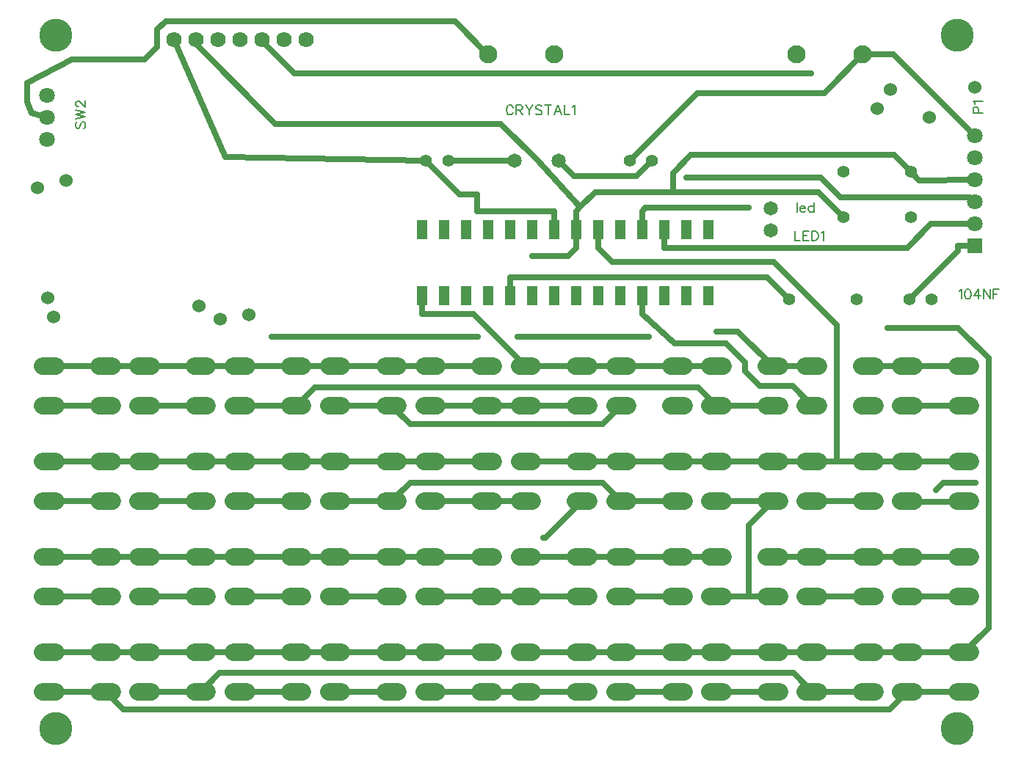
<source format=gtl>
G04 Layer: TopLayer*
G04 EasyEDA v6.3.53, 2020-06-23T11:31:42+02:00*
G04 9deb55b867614345ac0c6ea2e1a2c697,50b924b206514efda7368a069ed08794,10*
G04 Gerber Generator version 0.2*
G04 Scale: 100 percent, Rotated: No, Reflected: No *
G04 Dimensions in millimeters *
G04 leading zeros omitted , absolute positions ,3 integer and 3 decimal *
%FSLAX33Y33*%
%MOMM*%
G90*
G71D02*

%ADD12C,0.699999*%
%ADD13C,0.150012*%
%ADD14C,0.152400*%
%ADD15C,0.610006*%
%ADD16C,3.810000*%
%ADD17C,1.524000*%
%ADD18C,1.780007*%
%ADD19C,1.419860*%
%ADD20C,1.651000*%
%ADD21C,2.100580*%
%ADD22C,1.799996*%
%ADD23R,1.799996X1.799996*%
%ADD24R,1.211580X2.181860*%
%ADD25C,1.999996*%

%LPD*%
G54D12*
G01X75962Y65155D02*
G01X75962Y67333D01*
G01X78043Y69413D01*
G01X101458Y69413D01*
G01X103370Y67500D01*
G01X65260Y63444D02*
G01X66971Y65155D01*
G01X75962Y65155D01*
G01X75962Y65155D02*
G01X92723Y65155D01*
G01X95628Y62250D01*
G01X62229Y60810D02*
G01X62229Y62954D01*
G01X64769Y62954D02*
G01X65260Y63444D01*
G01X47459Y68750D02*
G01X51350Y64850D01*
G01X53350Y64850D01*
G01X53350Y62950D01*
G01X62229Y62954D01*
G01X110749Y63980D02*
G01X110162Y64568D01*
G01X95295Y64568D01*
G01X93021Y66842D01*
G01X77469Y66842D01*
G01X73150Y48450D02*
G01X73150Y48450D01*
G01X73150Y48450D01*
G01X73150Y48450D01*
G01X58050Y48450D01*
G01X72389Y51047D02*
G01X76125Y47653D01*
G01X82058Y47653D01*
G01X84249Y45462D01*
G01X84249Y44501D01*
G01X86000Y42750D01*
G01X89738Y42750D01*
G01X91998Y40490D01*
G01X20919Y82211D02*
G01X30112Y73018D01*
G01X56112Y73018D01*
G01X60295Y68835D01*
G01X65260Y63444D01*
G01X84655Y18491D02*
G01X84655Y26644D01*
G01X87500Y29489D01*
G01X109501Y29491D02*
G01X109372Y29362D01*
G01X103129Y29362D01*
G01X102999Y29491D01*
G01X102998Y7490D02*
G01X100944Y5436D01*
G01X12555Y5436D01*
G01X10501Y7490D01*
G01X109501Y7490D02*
G01X102998Y7490D01*
G01X10501Y40490D02*
G01X3998Y40490D01*
G01X10500Y29489D02*
G01X3997Y29489D01*
G01X109501Y40490D02*
G01X102998Y40490D01*
G01X109501Y18490D02*
G01X102998Y18490D01*
G01X10500Y18493D02*
G01X3997Y18493D01*
G01X10501Y7490D02*
G01X3998Y7490D01*
G01X73540Y68750D02*
G01X71745Y66955D01*
G01X64585Y66955D01*
G01X62789Y68750D01*
G01X50040Y68750D02*
G01X57709Y68750D01*
G01X47998Y23012D02*
G01X54500Y23012D01*
G01X36997Y23012D02*
G01X43499Y23012D01*
G01X32501Y23012D02*
G01X36997Y23012D01*
G01X43499Y23012D02*
G01X47998Y23012D01*
G01X25999Y23012D02*
G01X32501Y23012D01*
G01X21501Y23012D02*
G01X25999Y23012D01*
G01X14998Y23012D02*
G01X21501Y23012D01*
G01X10500Y23014D02*
G01X14996Y23014D01*
G01X14998Y23012D01*
G01X3997Y23014D02*
G01X10500Y23014D01*
G01X110749Y71600D02*
G01X101349Y81000D01*
G01X97839Y81000D01*
G01X70959Y68750D02*
G01X78774Y76565D01*
G01X93404Y76565D01*
G01X97839Y81000D01*
G01X106327Y30764D02*
G01X107141Y31578D01*
G01X110817Y31578D01*
G01X102998Y23011D02*
G01X109501Y23011D01*
G01X91998Y23012D02*
G01X98501Y23012D01*
G01X87500Y23012D02*
G01X91998Y23012D01*
G01X98501Y23012D02*
G01X102997Y23012D01*
G01X102998Y23011D01*
G01X69999Y23012D02*
G01X76502Y23012D01*
G01X65501Y23012D02*
G01X69999Y23012D01*
G01X76502Y23012D02*
G01X80997Y23012D01*
G01X58999Y23012D02*
G01X65501Y23012D01*
G01X21501Y7490D02*
G01X23631Y9621D01*
G01X89867Y9621D01*
G01X91998Y7490D01*
G01X21501Y7490D02*
G01X14998Y7490D01*
G01X21501Y40490D02*
G01X14998Y40490D01*
G01X72389Y53190D02*
G01X72389Y51047D01*
G01X21501Y29489D02*
G01X14998Y29489D01*
G01X98501Y29489D02*
G01X91998Y29489D01*
G01X98501Y18491D02*
G01X91998Y18491D01*
G01X21501Y18491D02*
G01X14998Y18491D01*
G01X98501Y7490D02*
G01X91998Y7490D01*
G01X53462Y48420D02*
G01X29644Y48420D01*
G01X69999Y40490D02*
G01X67867Y38357D01*
G01X45632Y38357D01*
G01X43499Y40490D01*
G01X43499Y40490D02*
G01X36997Y40490D01*
G01X69999Y29489D02*
G01X67868Y31620D01*
G01X45630Y31620D01*
G01X43499Y29489D01*
G01X76502Y29489D02*
G01X69999Y29489D01*
G01X43499Y29489D02*
G01X36997Y29489D01*
G01X76502Y18491D02*
G01X69999Y18491D01*
G01X43499Y18491D02*
G01X36997Y18491D01*
G01X43499Y7490D02*
G01X36997Y7490D01*
G01X76502Y7490D02*
G01X69999Y7490D01*
G01X54500Y40490D02*
G01X47998Y40490D01*
G01X58999Y40490D02*
G01X54500Y40490D01*
G01X65501Y40490D02*
G01X58999Y40490D01*
G01X54500Y29489D02*
G01X47998Y29489D01*
G01X58999Y29489D02*
G01X54500Y29489D01*
G01X65501Y29489D02*
G01X61233Y25221D01*
G01X61003Y25221D01*
G01X65501Y18491D02*
G01X58999Y18491D01*
G01X47998Y18491D02*
G01X54500Y18491D01*
G01X54500Y18491D02*
G01X58999Y18491D01*
G01X54500Y7490D02*
G01X47998Y7490D01*
G01X58999Y7490D02*
G01X54500Y7490D01*
G01X65501Y7490D02*
G01X58999Y7490D01*
G01X58999Y45011D02*
G01X52962Y51047D01*
G01X46989Y51047D01*
G01X46989Y53190D02*
G01X46989Y51047D01*
G01X65501Y45011D02*
G01X58999Y45011D01*
G01X69999Y45011D02*
G01X65501Y45011D01*
G01X76502Y45011D02*
G01X69999Y45011D01*
G01X80997Y45011D02*
G01X76502Y45011D01*
G01X87500Y45011D02*
G01X83454Y49056D01*
G01X80997Y49056D01*
G01X91998Y45011D02*
G01X87500Y45011D01*
G01X102998Y45011D02*
G01X98501Y45011D01*
G01X98501Y45011D01*
G01X109501Y45011D02*
G01X102998Y45011D01*
G01X94843Y34010D02*
G01X91998Y34010D01*
G01X98501Y34010D02*
G01X94843Y34010D01*
G01X94843Y34010D02*
G01X94843Y49781D01*
G01X87564Y57059D01*
G01X68917Y57059D01*
G01X67309Y58667D01*
G01X67309Y60810D02*
G01X67309Y58667D01*
G01X65501Y34010D02*
G01X58999Y34010D01*
G01X69999Y34010D02*
G01X65501Y34010D01*
G01X76502Y34010D02*
G01X69999Y34010D01*
G01X80997Y34010D02*
G01X76502Y34010D01*
G01X87500Y34010D02*
G01X80997Y34010D01*
G01X91998Y34010D02*
G01X87500Y34010D01*
G01X102999Y34013D02*
G01X98503Y34013D01*
G01X98501Y34010D01*
G01X109501Y34013D02*
G01X102999Y34013D01*
G01X110749Y58900D02*
G01X108797Y58900D01*
G01X103209Y52750D02*
G01X108797Y58338D01*
G01X108797Y58900D01*
G01X110749Y66520D02*
G01X104370Y66500D01*
G01X103370Y67500D01*
G01X20919Y82211D02*
G01X20919Y82750D01*
G01X64769Y60810D02*
G01X64769Y62954D01*
G01X64769Y59739D02*
G01X64769Y60810D01*
G01X64769Y59739D02*
G01X64769Y58667D01*
G01X64769Y58667D02*
G01X63866Y57764D01*
G01X59689Y57764D01*
G01X32501Y40490D02*
G01X34648Y42637D01*
G01X78850Y42637D01*
G01X80997Y40490D01*
G01X32501Y40490D02*
G01X25998Y40490D01*
G01X87500Y40490D02*
G01X80997Y40490D01*
G01X32501Y29489D02*
G01X25999Y29489D01*
G01X87500Y29489D02*
G01X80997Y29489D01*
G01X84655Y18491D02*
G01X80997Y18491D01*
G01X87500Y18491D02*
G01X84655Y18491D01*
G01X32501Y18491D02*
G01X25999Y18491D01*
G01X32501Y7490D02*
G01X25999Y7490D01*
G01X87500Y7490D02*
G01X80997Y7490D01*
G01X10501Y45011D02*
G01X3998Y45011D01*
G01X14998Y45011D02*
G01X10501Y45011D01*
G01X21501Y45011D02*
G01X14998Y45011D01*
G01X25998Y45011D02*
G01X21501Y45011D01*
G01X34458Y45011D02*
G01X25998Y45011D01*
G01X25998Y45011D01*
G01X34458Y45011D02*
G01X32501Y45011D01*
G01X32501Y45011D01*
G01X36997Y45011D02*
G01X34458Y45011D01*
G01X43499Y45011D02*
G01X36997Y45011D01*
G01X47998Y45011D02*
G01X43499Y45011D01*
G01X54500Y45011D02*
G01X47998Y45011D01*
G01X21501Y12011D02*
G01X14998Y12011D01*
G01X25999Y12011D02*
G01X21501Y12011D01*
G01X32501Y12011D02*
G01X25999Y12011D01*
G01X36997Y12011D02*
G01X32501Y12011D01*
G01X43499Y12011D02*
G01X36997Y12011D01*
G01X47998Y12011D02*
G01X43499Y12011D01*
G01X54500Y12011D02*
G01X47998Y12011D01*
G01X3998Y12011D02*
G01X10501Y12011D01*
G01X10501Y12011D02*
G01X14998Y12011D01*
G01X10500Y34010D02*
G01X3997Y34010D01*
G01X14998Y34010D02*
G01X10500Y34010D01*
G01X21501Y34010D02*
G01X14998Y34010D01*
G01X25999Y34010D02*
G01X21501Y34010D01*
G01X32501Y34010D02*
G01X25999Y34010D01*
G01X36997Y34010D02*
G01X32501Y34010D01*
G01X43499Y34010D02*
G01X36997Y34010D01*
G01X47998Y34010D02*
G01X43499Y34010D01*
G01X54500Y34010D02*
G01X47998Y34010D01*
G01X28539Y82750D02*
G01X28539Y82566D01*
G01X32282Y78823D01*
G01X91926Y78823D01*
G01X72389Y62954D02*
G01X72796Y63360D01*
G01X84696Y63360D01*
G01X72389Y60810D02*
G01X72389Y62954D01*
G01X109501Y12011D02*
G01X112343Y14853D01*
G01X112343Y45959D01*
G01X108857Y49444D01*
G01X100696Y49444D01*
G01X102998Y12011D02*
G01X109501Y12011D01*
G01X65501Y12011D02*
G01X58999Y12011D01*
G01X69999Y12011D02*
G01X65501Y12011D01*
G01X76502Y12011D02*
G01X69999Y12011D01*
G01X80997Y12011D02*
G01X76502Y12011D01*
G01X87500Y12011D02*
G01X80997Y12011D01*
G01X91998Y12011D02*
G01X87500Y12011D01*
G01X98501Y12011D02*
G01X91998Y12011D01*
G01X102998Y12011D02*
G01X98501Y12011D01*
G01X3750Y73750D02*
G01X1999Y74250D01*
G01X1499Y75500D01*
G01X1499Y77750D01*
G01X6602Y80459D01*
G01X15053Y80459D01*
G01X16481Y81881D01*
G01X16481Y83888D01*
G01X17447Y84853D01*
G01X50797Y84853D01*
G01X54658Y80992D01*
G01X57149Y53190D02*
G01X57149Y55334D01*
G01X57149Y55334D02*
G01X86795Y55334D01*
G01X89378Y52750D01*
G01X74929Y60810D02*
G01X74929Y58667D01*
G01X74929Y58667D02*
G01X102947Y58667D01*
G01X105720Y61440D01*
G01X110749Y61440D01*
G01X18410Y82710D02*
G01X24349Y69150D01*
G01X47459Y68750D01*
G54D13*
G01X90248Y63911D02*
G01X90248Y62814D01*
G01X90594Y63230D02*
G01X91221Y63230D01*
G01X91221Y63337D01*
G01X91170Y63441D01*
G01X91117Y63492D01*
G01X91013Y63545D01*
G01X90855Y63545D01*
G01X90751Y63492D01*
G01X90647Y63388D01*
G01X90594Y63230D01*
G01X90594Y63126D01*
G01X90647Y62971D01*
G01X90751Y62864D01*
G01X90855Y62814D01*
G01X91013Y62814D01*
G01X91117Y62864D01*
G01X91221Y62971D01*
G01X92194Y63911D02*
G01X92194Y62814D01*
G01X92194Y63388D02*
G01X92090Y63492D01*
G01X91986Y63545D01*
G01X91828Y63545D01*
G01X91724Y63492D01*
G01X91620Y63388D01*
G01X91566Y63230D01*
G01X91566Y63126D01*
G01X91620Y62971D01*
G01X91724Y62864D01*
G01X91828Y62814D01*
G01X91986Y62814D01*
G01X92090Y62864D01*
G01X92194Y62971D01*
G54D14*
G01X57529Y74895D02*
G01X57476Y74999D01*
G01X57372Y75103D01*
G01X57270Y75154D01*
G01X57062Y75154D01*
G01X56958Y75103D01*
G01X56854Y74999D01*
G01X56800Y74895D01*
G01X56749Y74737D01*
G01X56749Y74478D01*
G01X56800Y74323D01*
G01X56854Y74219D01*
G01X56958Y74115D01*
G01X57062Y74064D01*
G01X57270Y74064D01*
G01X57372Y74115D01*
G01X57476Y74219D01*
G01X57529Y74323D01*
G01X57872Y75154D02*
G01X57872Y74064D01*
G01X57872Y75154D02*
G01X58339Y75154D01*
G01X58494Y75103D01*
G01X58548Y75049D01*
G01X58598Y74945D01*
G01X58598Y74841D01*
G01X58548Y74737D01*
G01X58494Y74686D01*
G01X58339Y74635D01*
G01X57872Y74635D01*
G01X58235Y74635D02*
G01X58598Y74064D01*
G01X58941Y75154D02*
G01X59358Y74635D01*
G01X59358Y74064D01*
G01X59772Y75154D02*
G01X59358Y74635D01*
G01X60844Y74999D02*
G01X60740Y75103D01*
G01X60585Y75154D01*
G01X60376Y75154D01*
G01X60219Y75103D01*
G01X60115Y74999D01*
G01X60115Y74895D01*
G01X60168Y74790D01*
G01X60219Y74737D01*
G01X60323Y74686D01*
G01X60636Y74582D01*
G01X60740Y74531D01*
G01X60791Y74478D01*
G01X60844Y74374D01*
G01X60844Y74219D01*
G01X60740Y74115D01*
G01X60585Y74064D01*
G01X60376Y74064D01*
G01X60219Y74115D01*
G01X60115Y74219D01*
G01X61550Y75154D02*
G01X61550Y74064D01*
G01X61187Y75154D02*
G01X61913Y75154D01*
G01X62673Y75154D02*
G01X62256Y74064D01*
G01X62673Y75154D02*
G01X63087Y74064D01*
G01X62414Y74427D02*
G01X62932Y74427D01*
G01X63430Y75154D02*
G01X63430Y74064D01*
G01X63430Y74064D02*
G01X64054Y74064D01*
G01X64397Y74945D02*
G01X64501Y74999D01*
G01X64656Y75154D01*
G01X64656Y74064D01*
G01X110596Y74250D02*
G01X111686Y74250D01*
G01X110596Y74250D02*
G01X110596Y74718D01*
G01X110647Y74873D01*
G01X110700Y74926D01*
G01X110804Y74977D01*
G01X110959Y74977D01*
G01X111063Y74926D01*
G01X111114Y74873D01*
G01X111167Y74718D01*
G01X111167Y74250D01*
G01X110804Y75320D02*
G01X110751Y75424D01*
G01X110596Y75581D01*
G01X111686Y75581D01*
G01X89999Y60654D02*
G01X89999Y59564D01*
G01X89999Y59564D02*
G01X90622Y59564D01*
G01X90965Y60654D02*
G01X90965Y59564D01*
G01X90965Y60654D02*
G01X91640Y60654D01*
G01X90965Y60135D02*
G01X91381Y60135D01*
G01X90965Y59564D02*
G01X91640Y59564D01*
G01X91983Y60654D02*
G01X91983Y59564D01*
G01X91983Y60654D02*
G01X92349Y60654D01*
G01X92504Y60603D01*
G01X92608Y60499D01*
G01X92659Y60395D01*
G01X92712Y60237D01*
G01X92712Y59978D01*
G01X92659Y59823D01*
G01X92608Y59719D01*
G01X92504Y59615D01*
G01X92349Y59564D01*
G01X91983Y59564D01*
G01X93055Y60445D02*
G01X93159Y60499D01*
G01X93314Y60654D01*
G01X93314Y59564D01*
G01X108999Y53695D02*
G01X109103Y53749D01*
G01X109258Y53904D01*
G01X109258Y52814D01*
G01X109913Y53904D02*
G01X109758Y53853D01*
G01X109654Y53695D01*
G01X109601Y53436D01*
G01X109601Y53281D01*
G01X109654Y53020D01*
G01X109758Y52865D01*
G01X109913Y52814D01*
G01X110018Y52814D01*
G01X110172Y52865D01*
G01X110277Y53020D01*
G01X110330Y53281D01*
G01X110330Y53436D01*
G01X110277Y53695D01*
G01X110172Y53853D01*
G01X110018Y53904D01*
G01X109913Y53904D01*
G01X111191Y53904D02*
G01X110673Y53177D01*
G01X111450Y53177D01*
G01X111191Y53904D02*
G01X111191Y52814D01*
G01X111793Y53904D02*
G01X111793Y52814D01*
G01X111793Y53904D02*
G01X112522Y52814D01*
G01X112522Y53904D02*
G01X112522Y52814D01*
G01X112865Y53904D02*
G01X112865Y52814D01*
G01X112865Y53904D02*
G01X113540Y53904D01*
G01X112865Y53386D02*
G01X113279Y53386D01*
G01X7251Y73227D02*
G01X7147Y73123D01*
G01X7096Y72968D01*
G01X7096Y72759D01*
G01X7147Y72605D01*
G01X7251Y72500D01*
G01X7355Y72500D01*
G01X7459Y72551D01*
G01X7513Y72605D01*
G01X7564Y72709D01*
G01X7668Y73021D01*
G01X7718Y73123D01*
G01X7772Y73176D01*
G01X7876Y73227D01*
G01X8031Y73227D01*
G01X8135Y73123D01*
G01X8186Y72968D01*
G01X8186Y72759D01*
G01X8135Y72605D01*
G01X8031Y72500D01*
G01X7096Y73570D02*
G01X8186Y73831D01*
G01X7096Y74090D02*
G01X8186Y73831D01*
G01X7096Y74090D02*
G01X8186Y74350D01*
G01X7096Y74609D02*
G01X8186Y74350D01*
G01X7355Y75005D02*
G01X7304Y75005D01*
G01X7200Y75056D01*
G01X7147Y75109D01*
G01X7096Y75213D01*
G01X7096Y75421D01*
G01X7147Y75523D01*
G01X7200Y75576D01*
G01X7304Y75627D01*
G01X7409Y75627D01*
G01X7513Y75576D01*
G01X7668Y75472D01*
G01X8186Y74952D01*
G01X8186Y75680D01*
G54D16*
G01X4749Y83250D03*
G01X108749Y83250D03*
G01X4749Y3250D03*
G01X108749Y3250D03*
G54D17*
G01X2649Y65650D03*
G01X5949Y66450D03*
G01X21250Y52000D03*
G01X23749Y50501D03*
G01X4500Y50750D03*
G01X3850Y52950D03*
G01X26999Y51000D03*
G01X100999Y77000D03*
G01X99499Y74750D03*
G01X105499Y73750D03*
G01X110749Y77250D03*
G54D18*
G01X18410Y82710D03*
G01X20950Y82710D03*
G01X23490Y82710D03*
G01X26030Y82710D03*
G01X28570Y82710D03*
G01X31110Y82710D03*
G01X33650Y82710D03*
G54D19*
G01X89378Y52750D03*
G01X97120Y52750D03*
G54D20*
G01X57709Y68750D03*
G01X62789Y68750D03*
G54D19*
G01X95628Y67500D03*
G01X103370Y67500D03*
G01X95628Y62250D03*
G01X103370Y62250D03*
G54D21*
G01X62279Y81000D03*
G01X54659Y81000D03*
G01X90219Y81000D03*
G01X97839Y81000D03*
G54D22*
G01X110749Y71600D03*
G01X110749Y69060D03*
G01X110749Y66520D03*
G01X110749Y63980D03*
G01X110749Y61440D03*
G54D23*
G01X110749Y58900D03*
G54D20*
G01X87249Y63270D03*
G01X87249Y60730D03*
G54D19*
G01X70959Y68750D03*
G01X73540Y68750D03*
G01X47459Y68750D03*
G01X50040Y68750D03*
G01X103209Y52750D03*
G01X105790Y52750D03*
G54D24*
G01X80009Y60810D03*
G01X77469Y60810D03*
G01X64769Y60810D03*
G01X62229Y60810D03*
G01X74929Y60810D03*
G01X72389Y60810D03*
G01X67309Y60810D03*
G01X69849Y60810D03*
G01X59689Y60810D03*
G01X57149Y60810D03*
G01X54609Y60810D03*
G01X52069Y60810D03*
G01X49529Y60810D03*
G01X46989Y60810D03*
G01X46989Y53190D03*
G01X49529Y53190D03*
G01X52069Y53190D03*
G01X54609Y53190D03*
G01X57149Y53190D03*
G01X59689Y53190D03*
G01X62229Y53190D03*
G01X64769Y53190D03*
G01X67309Y53190D03*
G01X69849Y53190D03*
G01X72389Y53190D03*
G01X74929Y53190D03*
G01X77469Y53190D03*
G01X80009Y53190D03*
G54D22*
G01X3749Y71210D03*
G01X3749Y73750D03*
G01X3749Y76290D03*
G54D15*
G01X100696Y49444D03*
G01X84696Y63360D03*
G01X91926Y78823D03*
G01X59689Y57764D03*
G01X80997Y49056D03*
G01X61003Y25221D03*
G01X29644Y48420D03*
G01X53462Y48420D03*
G01X58050Y48450D03*
G01X73150Y48450D03*
G01X106327Y30764D03*
G01X110817Y31578D03*
G01X77469Y66842D03*
G54D25*
G01X3248Y45011D02*
G01X4748Y45011D01*
G01X3248Y40490D02*
G01X4748Y40490D01*
G01X9751Y45011D02*
G01X11251Y45011D01*
G01X9751Y40490D02*
G01X11251Y40490D01*
G01X14248Y45011D02*
G01X15748Y45011D01*
G01X14248Y40490D02*
G01X15748Y40490D01*
G01X20751Y45011D02*
G01X22251Y45011D01*
G01X20751Y40490D02*
G01X22251Y40490D01*
G01X25248Y45011D02*
G01X26748Y45011D01*
G01X25248Y40490D02*
G01X26748Y40490D01*
G01X31751Y45011D02*
G01X33251Y45011D01*
G01X31751Y40490D02*
G01X33251Y40490D01*
G01X36247Y45011D02*
G01X37747Y45011D01*
G01X36247Y40490D02*
G01X37747Y40490D01*
G01X42749Y45011D02*
G01X44250Y45011D01*
G01X42749Y40490D02*
G01X44250Y40490D01*
G01X47248Y45011D02*
G01X48748Y45011D01*
G01X47248Y40490D02*
G01X48748Y40490D01*
G01X53750Y45011D02*
G01X55250Y45011D01*
G01X53750Y40490D02*
G01X55250Y40490D01*
G01X58248Y45011D02*
G01X59749Y45011D01*
G01X58248Y40490D02*
G01X59749Y40490D01*
G01X64751Y45011D02*
G01X66251Y45011D01*
G01X64751Y40490D02*
G01X66251Y40490D01*
G01X69249Y45011D02*
G01X70749Y45011D01*
G01X69249Y40490D02*
G01X70749Y40490D01*
G01X75752Y45011D02*
G01X77252Y45011D01*
G01X75752Y40490D02*
G01X77252Y40490D01*
G01X80247Y45011D02*
G01X81748Y45011D01*
G01X80247Y40490D02*
G01X81748Y40490D01*
G01X86750Y45011D02*
G01X88250Y45011D01*
G01X86750Y40490D02*
G01X88250Y40490D01*
G01X91248Y45011D02*
G01X92748Y45011D01*
G01X91248Y40490D02*
G01X92748Y40490D01*
G01X97751Y45011D02*
G01X99251Y45011D01*
G01X97751Y40490D02*
G01X99251Y40490D01*
G01X3247Y34010D02*
G01X4747Y34010D01*
G01X3247Y29489D02*
G01X4747Y29489D01*
G01X9750Y34010D02*
G01X11250Y34010D01*
G01X9750Y29489D02*
G01X11250Y29489D01*
G01X102248Y23011D02*
G01X103748Y23011D01*
G01X102248Y18490D02*
G01X103748Y18490D01*
G01X108751Y23011D02*
G01X110251Y23011D01*
G01X108751Y18490D02*
G01X110251Y18490D01*
G01X14248Y34010D02*
G01X15748Y34010D01*
G01X14248Y29489D02*
G01X15748Y29489D01*
G01X20750Y34010D02*
G01X22251Y34010D01*
G01X20750Y29489D02*
G01X22251Y29489D01*
G01X25249Y34010D02*
G01X26749Y34010D01*
G01X25249Y29489D02*
G01X26749Y29489D01*
G01X31751Y34010D02*
G01X33251Y34010D01*
G01X31751Y29489D02*
G01X33251Y29489D01*
G01X36247Y34010D02*
G01X37747Y34010D01*
G01X36247Y29489D02*
G01X37747Y29489D01*
G01X42749Y34010D02*
G01X44250Y34010D01*
G01X42749Y29489D02*
G01X44250Y29489D01*
G01X47248Y34010D02*
G01X48748Y34010D01*
G01X47248Y29489D02*
G01X48748Y29489D01*
G01X53750Y34010D02*
G01X55250Y34010D01*
G01X53750Y29489D02*
G01X55250Y29489D01*
G01X58248Y34010D02*
G01X59749Y34010D01*
G01X58248Y29489D02*
G01X59749Y29489D01*
G01X64751Y34010D02*
G01X66251Y34010D01*
G01X64751Y29489D02*
G01X66251Y29489D01*
G01X69249Y34010D02*
G01X70749Y34010D01*
G01X69249Y29489D02*
G01X70749Y29489D01*
G01X75752Y34010D02*
G01X77252Y34010D01*
G01X75752Y29489D02*
G01X77252Y29489D01*
G01X80247Y34010D02*
G01X81748Y34010D01*
G01X80247Y29489D02*
G01X81748Y29489D01*
G01X86750Y34010D02*
G01X88250Y34010D01*
G01X86750Y29489D02*
G01X88250Y29489D01*
G01X91248Y34010D02*
G01X92748Y34010D01*
G01X91248Y29489D02*
G01X92748Y29489D01*
G01X97751Y34010D02*
G01X99251Y34010D01*
G01X97751Y29489D02*
G01X99251Y29489D01*
G01X102249Y34013D02*
G01X103749Y34013D01*
G01X102249Y29491D02*
G01X103749Y29491D01*
G01X108751Y34013D02*
G01X110251Y34013D01*
G01X108751Y29491D02*
G01X110251Y29491D01*
G01X91248Y23012D02*
G01X92748Y23012D01*
G01X91248Y18491D02*
G01X92748Y18491D01*
G01X97751Y23012D02*
G01X99251Y23012D01*
G01X97751Y18491D02*
G01X99251Y18491D01*
G01X80247Y23012D02*
G01X81748Y23012D01*
G01X80247Y18491D02*
G01X81748Y18491D01*
G01X86750Y23012D02*
G01X88250Y23012D01*
G01X86750Y18491D02*
G01X88250Y18491D01*
G01X69249Y23012D02*
G01X70749Y23012D01*
G01X69249Y18491D02*
G01X70749Y18491D01*
G01X75752Y23012D02*
G01X77252Y23012D01*
G01X75752Y18491D02*
G01X77252Y18491D01*
G01X58248Y23012D02*
G01X59749Y23012D01*
G01X58248Y18491D02*
G01X59749Y18491D01*
G01X64751Y23012D02*
G01X66251Y23012D01*
G01X64751Y18491D02*
G01X66251Y18491D01*
G01X47248Y23012D02*
G01X48748Y23012D01*
G01X47248Y18491D02*
G01X48748Y18491D01*
G01X53750Y23012D02*
G01X55250Y23012D01*
G01X53750Y18491D02*
G01X55250Y18491D01*
G01X36247Y23012D02*
G01X37747Y23012D01*
G01X36247Y18491D02*
G01X37747Y18491D01*
G01X42749Y23012D02*
G01X44250Y23012D01*
G01X42749Y18491D02*
G01X44250Y18491D01*
G01X25249Y23012D02*
G01X26749Y23012D01*
G01X25249Y18491D02*
G01X26749Y18491D01*
G01X31751Y23012D02*
G01X33251Y23012D01*
G01X31751Y18491D02*
G01X33251Y18491D01*
G01X14248Y23012D02*
G01X15748Y23012D01*
G01X14248Y18491D02*
G01X15748Y18491D01*
G01X20750Y23012D02*
G01X22251Y23012D01*
G01X20750Y18491D02*
G01X22251Y18491D01*
G01X3247Y23014D02*
G01X4747Y23014D01*
G01X3247Y18493D02*
G01X4747Y18493D01*
G01X9750Y23014D02*
G01X11250Y23014D01*
G01X9750Y18493D02*
G01X11250Y18493D01*
G01X14248Y12011D02*
G01X15748Y12011D01*
G01X14248Y7490D02*
G01X15748Y7490D01*
G01X20750Y12011D02*
G01X22251Y12011D01*
G01X20750Y7490D02*
G01X22251Y7490D01*
G01X25249Y12011D02*
G01X26749Y12011D01*
G01X25249Y7490D02*
G01X26749Y7490D01*
G01X31751Y12011D02*
G01X33251Y12011D01*
G01X31751Y7490D02*
G01X33251Y7490D01*
G01X36247Y12011D02*
G01X37747Y12011D01*
G01X36247Y7490D02*
G01X37747Y7490D01*
G01X42749Y12011D02*
G01X44250Y12011D01*
G01X42749Y7490D02*
G01X44250Y7490D01*
G01X47248Y12011D02*
G01X48748Y12011D01*
G01X47248Y7490D02*
G01X48748Y7490D01*
G01X53750Y12011D02*
G01X55250Y12011D01*
G01X53750Y7490D02*
G01X55250Y7490D01*
G01X58248Y12011D02*
G01X59749Y12011D01*
G01X58248Y7490D02*
G01X59749Y7490D01*
G01X64751Y12011D02*
G01X66251Y12011D01*
G01X64751Y7490D02*
G01X66251Y7490D01*
G01X69249Y12011D02*
G01X70749Y12011D01*
G01X69249Y7490D02*
G01X70749Y7490D01*
G01X75752Y12011D02*
G01X77252Y12011D01*
G01X75752Y7490D02*
G01X77252Y7490D01*
G01X80247Y12011D02*
G01X81748Y12011D01*
G01X80247Y7490D02*
G01X81748Y7490D01*
G01X86750Y12011D02*
G01X88250Y12011D01*
G01X86750Y7490D02*
G01X88250Y7490D01*
G01X3248Y12011D02*
G01X4748Y12011D01*
G01X3248Y7490D02*
G01X4748Y7490D01*
G01X9751Y12011D02*
G01X11251Y12011D01*
G01X9751Y7490D02*
G01X11251Y7490D01*
G01X91248Y12011D02*
G01X92748Y12011D01*
G01X91248Y7490D02*
G01X92748Y7490D01*
G01X97751Y12011D02*
G01X99251Y12011D01*
G01X97751Y7490D02*
G01X99251Y7490D01*
G01X102248Y12011D02*
G01X103748Y12011D01*
G01X102248Y7490D02*
G01X103748Y7490D01*
G01X108751Y12011D02*
G01X110251Y12011D01*
G01X108751Y7490D02*
G01X110251Y7490D01*
G01X102248Y45011D02*
G01X103748Y45011D01*
G01X102248Y40490D02*
G01X103748Y40490D01*
G01X108751Y45011D02*
G01X110251Y45011D01*
G01X108751Y40490D02*
G01X110251Y40490D01*
M00*
M02*

</source>
